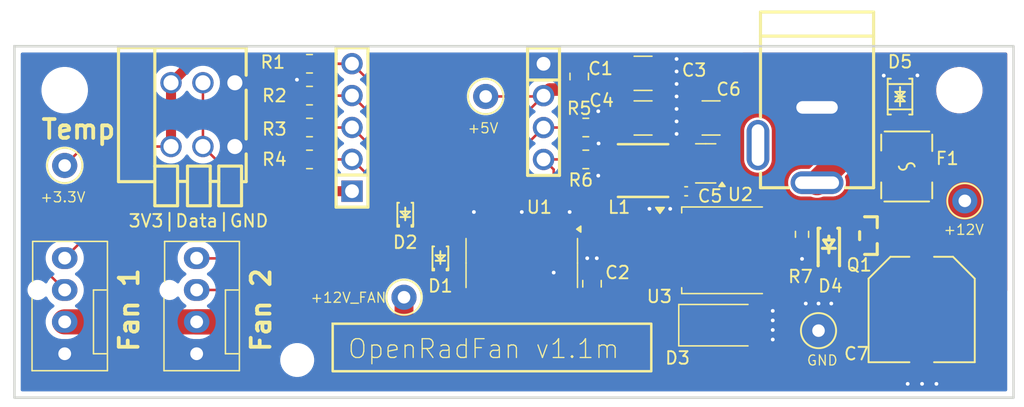
<source format=kicad_pcb>
(kicad_pcb (version 20241229) (generator "pcbnew") (generator_version "9.0")
  (title_block (comment 4 "AISLER Project ID: GSXATUCC"))
  (layers (0 "F.Cu" signal) (2 "B.Cu" signal) (13 "F.Paste" user) (15 "B.Paste" user) (5 "F.SilkS" user "F.Silkscreen") (7 "B.SilkS" user "B.Silkscreen") (1 "F.Mask" user) (3 "B.Mask" user) (25 "Edge.Cuts" user))
  (net 0 "")
  (net 1 "GND")
  (net 2 "GPIO_Tacho_1")
  (net 3 "+12V_FAN")
  (net 4 "GPIO_Tacho_2")
  (net 5 "GPIO_DS18B20")
  (net 6 "PWM_1_BUF")
  (net 7 "PWM_2_BUF")
  (net 8 "+5V")
  (net 9 "+12V")
  (net 10 "+3.3V")
  (net 11 "GPIO_MOSFET")
  (net 12 "Net-(D1-K)")
  (net 13 "PWM_1")
  (net 14 "PWM_2")
  (net 15 "MOSFET_BUF")
  (net 16 "Net-(D2-K)")
  (net 17 "Net-(U2-SW)")
  (net 18 "Net-(U2-BST)")
  (net 19 "Net-(D4-A)")
  (net 23 "+12V_In")
  (net 24 "Net-(Q1-D)")
  (footprint "TestPoint:TestPoint_Keystone_5000-5004_Miniature" (layer "F.Cu") (at 46.5864 70.5894)
    (property "Reference" "TP2" (hide yes))
    (property "Value" "+3.3V")
    (pad "1" thru_hole circle (at 0 0) (size 2 2) (drill 1) (layers "*.Cu" "*.Mask") (net 10 "+3.3V"))
  )
  (footprint "Connector:FanPinHeader_1x04_P2.54mm_Vertical" (layer "F.Cu") (at 57.0864 85.5894 90)
    (property "Reference" "J5" (hide yes))
    (property "Value" "Fan_CPU_4pin")
    (pad "" np_thru_hole circle (at 5.08 -2.16 180) (size 1.1 1.1) (drill 1.1) (layers "*.Cu" "*.Mask"))
    (pad "1" thru_hole rect (at 0 0 180) (size 2.03 1.73) (drill 1.02) (layers "*.Cu" "*.Mask") (net 1 "GND"))
    (pad "2" thru_hole oval (at 2.54 0 180) (size 2.03 1.73) (drill 1.02) (layers "*.Cu" "*.Mask") (net 3 "+12V_FAN"))
    (pad "3" thru_hole oval (at 5.08 0 180) (size 2.03 1.73) (drill 1.02) (layers "*.Cu" "*.Mask") (net 12 "Net-(D1-K)"))
    (pad "4" thru_hole oval (at 7.62 0 180) (size 2.03 1.73) (drill 1.02) (layers "*.Cu" "*.Mask") (net 7 "PWM_2_BUF"))
  )
  (footprint "MountingHole:MountingHole_3.2mm_M3_DIN965" (layer "F.Cu") (at 46.5864 64.5894)
    (property "Reference" "H1" (hide yes))
    (property "Value" "MountingHole")
    (pad "" np_thru_hole circle (at 0 0) (size 3.2 3.2) (drill 3.2) (layers "*.Cu" "*.Mask"))
  )
  (footprint "MountingHole:MountingHole_3.2mm_M3_DIN965" (layer "F.Cu") (at 117.778765 64.5894)
    (property "Reference" "H7" (hide yes))
    (property "Value" "MountingHole")
    (pad "" np_thru_hole circle (at 0 0) (size 3.2 3.2) (drill 3.2) (layers "*.Cu" "*.Mask"))
  )
  (footprint "Package_SO:SOIC-14_3.9x8.7mm_P1.27mm" (layer "F.Cu") (at 82.956765 78.3614 -90)
    (property "Reference" "U1" (at -4.445 -1.397 180) (layer "F.SilkS"))
    (property "Value" "74AHCT125")
    (pad "1" smd roundrect (at -2.475 -3.81 270) (size 1.95 0.6) (layers "F.Cu" "F.Mask" "F.Paste") (net 1 "GND"))
    (pad "2" smd roundrect (at -2.475 -2.54 270) (size 1.95 0.6) (layers "F.Cu" "F.Mask" "F.Paste") (net 11 "GPIO_MOSFET"))
    (pad "3" smd roundrect (at -2.475 -1.27 270) (size 1.95 0.6) (layers "F.Cu" "F.Mask" "F.Paste") (net 15 "MOSFET_BUF"))
    (pad "4" smd roundrect (at -2.475 0 270) (size 1.95 0.6) (layers "F.Cu" "F.Mask" "F.Paste") (net 1 "GND"))
    (pad "5" smd roundrect (at -2.475 1.27 270) (size 1.95 0.6) (layers "F.Cu" "F.Mask" "F.Paste") (net 13 "PWM_1"))
    (pad "6" smd roundrect (at -2.475 2.54 270) (size 1.95 0.6) (layers "F.Cu" "F.Mask" "F.Paste") (net 6 "PWM_1_BUF"))
    (pad "7" smd roundrect (at -2.475 3.81 270) (size 1.95 0.6) (layers "F.Cu" "F.Mask" "F.Paste") (net 1 "GND"))
    (pad "8" smd roundrect (at 2.475 3.81 270) (size 1.95 0.6) (layers "F.Cu" "F.Mask" "F.Paste"))
    (pad "9" smd roundrect (at 2.475 2.54 270) (size 1.95 0.6) (layers "F.Cu" "F.Mask" "F.Paste") (net 8 "+5V"))
    (pad "10" smd roundrect (at 2.475 1.27 270) (size 1.95 0.6) (layers "F.Cu" "F.Mask" "F.Paste") (net 8 "+5V"))
    (pad "11" smd roundrect (at 2.475 0 270) (size 1.95 0.6) (layers "F.Cu" "F.Mask" "F.Paste") (net 7 "PWM_2_BUF"))
    (pad "12" smd roundrect (at 2.475 -1.27 270) (size 1.95 0.6) (layers "F.Cu" "F.Mask" "F.Paste") (net 14 "PWM_2"))
    (pad "13" smd roundrect (at 2.475 -2.54 270) (size 1.95 0.6) (layers "F.Cu" "F.Mask" "F.Paste") (net 1 "GND"))
    (pad "14" smd roundrect (at 2.475 -3.81 270) (size 1.95 0.6) (layers "F.Cu" "F.Mask" "F.Paste") (net 8 "+5V"))
  )
  (footprint "Resistor_SMD:R_0603_1608Metric" (layer "F.Cu") (at 105.257965 76.0754 -90)
    (property "Reference" "R7" (at 3.366 0.127 180) (layer "F.SilkS"))
    (property "Value" "1k")
    (pad "1" smd roundrect (at -0.825 0 270) (size 0.8 0.95) (layers "F.Cu" "F.Mask" "F.Paste") (net 19 "Net-(D4-A)"))
    (pad "2" smd roundrect (at 0.825 0 270) (size 0.8 0.95) (layers "F.Cu" "F.Mask" "F.Paste") (net 1 "GND"))
  )
  (footprint "Diode_SMD:D_SMA" (layer "F.Cu") (at 98.958765 83.3144)
    (property "Reference" "D3" (at -3.6068 2.6162 0) (layer "F.SilkS"))
    (property "Value" "SS16")
    (pad "1" smd roundrect (at -2 0) (size 2.5 1.8) (layers "F.Cu" "F.Mask" "F.Paste") (roundrect_rratio 0.1388888889) (net 3 "+12V_FAN"))
    (pad "2" smd roundrect (at 2 0) (size 2.5 1.8) (layers "F.Cu" "F.Mask" "F.Paste") (roundrect_rratio 0.1388888889) (net 1 "GND"))
  )
  (footprint "Connector:FanPinHeader_1x04_P2.54mm_Vertical" (layer "F.Cu") (at 46.5864 85.5894 90)
    (property "Reference" "J1" (hide yes))
    (property "Value" "Fan_CPU_4pin")
    (pad "" np_thru_hole circle (at 5.08 -2.16 180) (size 1.1 1.1) (drill 1.1) (layers "*.Cu" "*.Mask"))
    (pad "1" thru_hole rect (at 0 0 180) (size 2.03 1.73) (drill 1.02) (layers "*.Cu" "*.Mask") (net 1 "GND"))
    (pad "2" thru_hole oval (at 2.54 0 180) (size 2.03 1.73) (drill 1.02) (layers "*.Cu" "*.Mask") (net 3 "+12V_FAN"))
    (pad "3" thru_hole oval (at 5.08 0 180) (size 2.03 1.73) (drill 1.02) (layers "*.Cu" "*.Mask") (net 16 "Net-(D2-K)"))
    (pad "4" thru_hole oval (at 7.62 0 180) (size 2.03 1.73) (drill 1.02) (layers "*.Cu" "*.Mask") (net 6 "PWM_1_BUF"))
  )
  (footprint "Capacitor_SMD:C_0805_2012Metric_Pad1.18x1.45mm_HandSolder" (layer "F.Cu") (at 88.544765 80.0124 90)
    (property "Reference" "C2" (at 0.889 2.032 180) (layer "F.SilkS"))
    (property "Value" "0.1 µF")
    (pad "1" smd roundrect (at -1.0375 0 90) (size 1.175 1.45) (layers "F.Cu" "F.Mask" "F.Paste") (roundrect_rratio 0.212766) (net 8 "+5V"))
    (pad "2" smd roundrect (at 1.0375 0 90) (size 1.175 1.45) (layers "F.Cu" "F.Mask" "F.Paste") (roundrect_rratio 0.212766) (net 1 "GND"))
  )
  (footprint "Capacitor_SMD:C_0805_2012Metric_Pad1.18x1.45mm_HandSolder" (layer "F.Cu") (at 87.528765 63.5024 90)
    (property "Reference" "C1" (at 0.633 1.7 180) (layer "F.SilkS"))
    (property "Value" "0.1uF")
    (pad "1" smd roundrect (at -1.0375 0 90) (size 1.175 1.45) (layers "F.Cu" "F.Mask" "F.Paste") (roundrect_rratio 0.212766) (net 8 "+5V"))
    (pad "2" smd roundrect (at 1.0375 0 90) (size 1.175 1.45) (layers "F.Cu" "F.Mask" "F.Paste") (roundrect_rratio 0.212766) (net 1 "GND"))
  )
  (footprint "Capacitor_SMD:C_1210_3225Metric" (layer "F.Cu") (at 92.608765 66.8044)
    (property "Reference" "C4" (at -3.302 -1.397 0) (layer "F.SilkS"))
    (property "Value" "22 uF")
    (pad "1" smd roundrect (at -1.475 0) (size 1.15 2.7) (layers "F.Cu" "F.Mask" "F.Paste") (roundrect_rratio 0.217391) (net 8 "+5V"))
    (pad "2" smd roundrect (at 1.475 0) (size 1.15 2.7) (layers "F.Cu" "F.Mask" "F.Paste") (roundrect_rratio 0.217391) (net 1 "GND"))
  )
  (footprint "easyeda2kicad:HDR-TH_5P-P2.54-V-M" (layer "F.Cu") (at 69.448765 67.5594 90)
    (property "Reference" "H4" (hide yes))
    (property "Value" "PZ254V-11-05P")
    (pad "1" thru_hole rect (at -5.08 0 90) (size 1.7 1.7) (drill 1.100023) (layers "*.Cu" "*.Mask") (net 10 "+3.3V"))
    (pad "2" thru_hole circle (at -2.54 0 90) (size 1.7 1.7) (drill 1.100023) (layers "*.Cu" "*.Mask") (net 5 "GPIO_DS18B20"))
    (pad "3" thru_hole circle (at 0 0 90) (size 1.7 1.7) (drill 1.100023) (layers "*.Cu" "*.Mask") (net 4 "GPIO_Tacho_2"))
    (pad "4" thru_hole circle (at 2.54 0 90) (size 1.7 1.7) (drill 1.100023) (layers "*.Cu" "*.Mask") (net 2 "GPIO_Tacho_1"))
    (pad "5" thru_hole circle (at 5.08 0 90) (size 1.7 1.7) (drill 1.100023) (layers "*.Cu" "*.Mask") (net 13 "PWM_1"))
  )
  (footprint "Resistor_SMD:R_0805_2012Metric_Pad1.20x1.40mm_HandSolder" (layer "F.Cu") (at 88.052765 70.1064 180)
    (property "Reference" "R6" (at 0.397 -1.651 0) (layer "F.SilkS"))
    (property "Value" "10k")
    (pad "1" smd roundrect (at -1 0 180) (size 1.2 1.4) (layers "F.Cu" "F.Mask" "F.Paste") (roundrect_rratio 0.208333) (net 1 "GND"))
    (pad "2" smd roundrect (at 1 0 180) (size 1.2 1.4) (layers "F.Cu" "F.Mask" "F.Paste") (roundrect_rratio 0.208333) (net 11 "GPIO_MOSFET"))
  )
  (footprint "easyeda2kicad:SOD-323_L1.7-W1.3-LS2.6-RD-1" (layer "F.Cu") (at 76.479765 77.9296 90)
    (property "Reference" "D1" (at -2.2606 0 180) (layer "F.SilkS"))
    (property "Value" "BAT54WS_C7502694")
    (pad "1" smd rect (at -1.14 0 180) (size 0.63 0.83) (layers "F.Cu" "F.Mask" "F.Paste") (net 12 "Net-(D1-K)"))
    (pad "2" smd rect (at 1.14 0 180) (size 0.63 0.83) (layers "F.Cu" "F.Mask" "F.Paste") (net 2 "GPIO_Tacho_1"))
  )
  (footprint "TestPoint:TestPoint_Keystone_5000-5004_Miniature" (layer "F.Cu") (at 118.211965 73.4084)
    (property "Reference" "TP5" (hide yes))
    (property "Value" "+12V")
    (pad "1" thru_hole circle (at 0 0) (size 2 2) (drill 1) (layers "*.Cu" "*.Mask") (net 9 "+12V"))
  )
  (footprint "easyeda2kicad:IND-SMD_L4.0-W4.0_FNR40XXS" (layer "F.Cu") (at 92.608765 70.9954 180)
    (property "Reference" "L1" (at 1.905 -2.921 0) (layer "F.SilkS"))
    (property "Value" "FNR4020S4R7MT")
    (pad "1" smd rect (at -1.5 0 180) (size 1.6 3.9) (layers "F.Cu" "F.Mask" "F.Paste") (net 17 "Net-(U2-SW)"))
    (pad "2" smd rect (at 1.5 0 180) (size 1.6 3.9) (layers "F.Cu" "F.Mask" "F.Paste") (net 8 "+5V"))
  )
  (footprint "easyeda2kicad:SOD-123_L2.7-W1.6-LS3.7-RD-1" (layer "F.Cu") (at 107.391565 76.939 90)
    (property "Reference" "D4" (at -3.253 0.127 180) (layer "F.SilkS"))
    (property "Value" "MMSZ4696T1G")
    (pad "1" smd rect (at -1.7 0 90) (size 1.2 0.95) (layers "F.Cu" "F.Mask" "F.Paste") (net 9 "+12V"))
    (pad "2" smd rect (at 1.7 0 90) (size 1.2 0.95) (layers "F.Cu" "F.Mask" "F.Paste") (net 19 "Net-(D4-A)"))
  )
  (footprint "Capacitor_SMD:C_1210_3225Metric" (layer "F.Cu") (at 92.608765 63.2484)
    (property "Reference" "C3" (at 4.064 -0.254 0) (layer "F.SilkS"))
    (property "Value" "22 uF")
    (pad "1" smd roundrect (at -1.475 0) (size 1.15 2.7) (layers "F.Cu" "F.Mask" "F.Paste") (roundrect_rratio 0.217391) (net 8 "+5V"))
    (pad "2" smd roundrect (at 1.475 0) (size 1.15 2.7) (layers "F.Cu" "F.Mask" "F.Paste") (roundrect_rratio 0.217391) (net 1 "GND"))
  )
  (footprint "TestPoint:TestPoint_Keystone_5000-5004_Miniature" (layer "F.Cu") (at 73.5864 81.0894)
    (property "Reference" "TP4" (hide yes))
    (property "Value" "+12V_Fan")
    (pad "1" thru_hole circle (at 0 0) (size 2 2) (drill 1) (layers "*.Cu" "*.Mask") (net 3 "+12V_FAN"))
  )
  (footprint "easyeda2kicad:SOT-23_L2.9-W1.3-P1.90-LS2.4-BR" (layer "F.Cu") (at 110.541165 76.177 180)
    (property "Reference" "Q1" (at 0.7366 -2.3368 180) (layer "F.SilkS"))
    (property "Value" "AO3401A_C347476")
    (pad "1" smd rect (at 1.15 0.95) (size 1 0.8) (layers "F.Cu" "F.Mask" "F.Paste") (net 19 "Net-(D4-A)"))
    (pad "2" smd rect (at 1.15 -0.95) (size 1 0.8) (layers "F.Cu" "F.Mask" "F.Paste") (net 9 "+12V"))
    (pad "3" smd rect (at -1.15 0) (size 1 0.8) (layers "F.Cu" "F.Mask" "F.Paste") (net 24 "Net-(Q1-D)"))
  )
  (footprint "Resistor_SMD:R_0805_2012Metric_Pad1.20x1.40mm_HandSolder" (layer "F.Cu") (at 66.065765 70.1064)
    (property "Reference" "R4" (at -2.794 0 0) (layer "F.SilkS"))
    (property "Value" "4.7k")
    (pad "1" smd roundrect (at -1 0) (size 1.2 1.4) (layers "F.Cu" "F.Mask" "F.Paste") (roundrect_rratio 0.208333) (net 10 "+3.3V"))
    (pad "2" smd roundrect (at 1 0) (size 1.2 1.4) (layers "F.Cu" "F.Mask" "F.Paste") (roundrect_rratio 0.208333) (net 5 "GPIO_DS18B20"))
  )
  (footprint "MountingHole:MountingHole_2.2mm_M2_DIN965" (layer "F.Cu") (at 65.0864 86.0894)
    (property "Reference" "H6" (hide yes))
    (property "Value" "MountingHole")
    (pad "" np_thru_hole circle (at 0 0) (size 2.2 2.2) (drill 2.2) (layers "*.Cu" "*.Mask"))
  )
  (footprint "TestPoint:TestPoint_Keystone_5000-5004_Miniature" (layer "F.Cu") (at 80.0864 65.0894)
    (property "Reference" "TP3" (hide yes))
    (property "Value" "+5V")
    (pad "1" thru_hole circle (at 0 0) (size 2 2) (drill 1) (layers "*.Cu" "*.Mask") (net 8 "+5V"))
  )
  (footprint "easyeda2kicad:DC-IN-TH_DC-005-5A-2.0" (layer "F.Cu") (at 104.102765 68.9634 -90)
    (property "Reference" "DC1" (hide yes))
    (property "Value" "DC-005-5A-2.0")
    (pad "1" thru_hole oval (at 3 -2.35) (size 4.2 1.8) (drill oval 3.499993 0.999998) (layers "*.Cu" "*.Mask") (net 23 "+12V_In"))
    (pad "2" thru_hole oval (at -3 -2.35 180) (size 4 1.8) (drill oval 3.299968 0.999998) (layers "*.Cu" "*.Mask") (net 1 "GND"))
    (pad "3" thru_hole oval (at 0 2.35 270) (size 4 1.8) (drill oval 3.299968 0.999998) (layers "*.Cu" "*.Mask"))
  )
  (footprint "easyeda2kicad:F1812" (layer "F.Cu") (at 113.589165 70.6694 -90)
    (property "Reference" "F1" (at -0.6392 -3.2258 180) (layer "F.SilkS"))
    (property "Value" "SMD1812B260TF/16")
    (pad "1" smd rect (at -1.85 0 270) (size 1.41 3.5) (layers "F.Cu" "F.Mask" "F.Paste") (net 23 "+12V_In"))
    (pad "2" smd rect (at 1.85 0 270) (size 1.41 3.5) (layers "F.Cu" "F.Mask" "F.Paste") (net 24 "Net-(Q1-D)"))
  )
  (footprint "Resistor_SMD:R_0805_2012Metric_Pad1.20x1.40mm_HandSolder" (layer "F.Cu") (at 88.052765 67.5664)
    (property "Reference" "R5" (at -0.524 -1.524 0) (layer "F.SilkS"))
    (property "Value" "10k")
    (pad "1" smd roundrect (at -1 0) (size 1.2 1.4) (layers "F.Cu" "F.Mask" "F.Paste") (roundrect_rratio 0.208333) (net 14 "PWM_2"))
    (pad "2" smd roundrect (at 1 0) (size 1.2 1.4) (layers "F.Cu" "F.Mask" "F.Paste") (roundrect_rratio 0.208333) (net 1 "GND"))
  )
  (footprint "TestPoint:TestPoint_Keystone_5000-5004_Miniature" (layer "F.Cu") (at 106.5704 83.7484)
    (property "Reference" "TP1" (hide yes))
    (property "Value" "GND")
    (pad "1" thru_hole circle (at 0 0) (size 2 2) (drill 1) (layers "*.Cu" "*.Mask") (net 1 "GND"))
  )
  (footprint "easyeda2kicad:SOD-123_L2.8-W1.8-LS3.7-BI" (layer "F.Cu") (at 113.055765 65.1026 90)
    (property "Reference" "D5" (at 2.7686 0 180) (layer "F.SilkS"))
    (property "Value" "SMF14CA_C1851346")
    (pad "1" smd rect (at 1.69 0 270) (size 0.93 1.06) (layers "F.Cu" "F.Mask" "F.Paste") (net 1 "GND"))
    (pad "2" smd rect (at -1.69 0 270) (size 0.93 1.06) (layers "F.Cu" "F.Mask" "F.Paste") (net 23 "+12V_In"))
  )
  (footprint "Package_TO_SOT_SMD:TSOT-23-6" (layer "F.Cu") (at 97.592765 70.4214 180)
    (property "Reference" "U2" (at -2.763 -2.479 0) (layer "F.SilkS"))
    (property "Value" "AP63205WU")
    (pad "1" smd roundrect (at -1.1375 -0.95 180) (size 1.325 0.6) (layers "F.Cu" "F.Mask" "F.Paste") (net 8 "+5V"))
    (pad "2" smd roundrect (at -1.1375 0 180) (size 1.325 0.6) (layers "F.Cu" "F.Mask" "F.Paste") (net 9 "+12V"))
    (pad "3" smd roundrect (at -1.1375 0.95 180) (size 1.325 0.6) (layers "F.Cu" "F.Mask" "F.Paste") (net 9 "+12V"))
    (pad "4" smd roundrect (at 1.1375 0.95 180) (size 1.325 0.6) (layers "F.Cu" "F.Mask" "F.Paste") (net 1 "GND"))
    (pad "5" smd roundrect (at 1.1375 0 180) (size 1.325 0.6) (layers "F.Cu" "F.Mask" "F.Paste") (net 17 "Net-(U2-SW)"))
    (pad "6" smd roundrect (at 1.1375 -0.95 180) (size 1.325 0.6) (layers "F.Cu" "F.Mask" "F.Paste") (net 18 "Net-(U2-BST)"))
  )
  (footprint "easyeda2kicad:CAP-SMD_BD8.0-L8.3-W8.3-LS9.3-FD-2" (layer "F.Cu") (at 114.782965 82.0952 -90)
    (property "Reference" "C7" (at 3.4942 5.196565 180) (layer "F.SilkS"))
    (property "Value" "HV1E477M0810PZ")
    (pad "1" smd rect (at -3.5 0 270) (size 4 1.6) (layers "F.Cu" "F.Mask" "F.Paste") (net 9 "+12V"))
    (pad "2" smd rect (at 3.5 0 270) (size 4 1.6) (layers "F.Cu" "F.Mask" "F.Paste") (net 1 "GND"))
  )
  (footprint "Resistor_SMD:R_0805_2012Metric_Pad1.20x1.40mm_HandSolder" (layer "F.Cu") (at 66.065765 65.0264)
    (property "Reference" "R2" (at -2.794 0 0) (layer "F.SilkS"))
    (property "Value" "10k")
    (pad "1" smd roundrect (at -1 0) (size 1.2 1.4) (layers "F.Cu" "F.Mask" "F.Paste") (roundrect_rratio 0.208333) (net 10 "+3.3V"))
    (pad "2" smd roundrect (at 1 0) (size 1.2 1.4) (layers "F.Cu" "F.Mask" "F.Paste") (roundrect_rratio 0.208333) (net 2 "GPIO_Tacho_1"))
  )
  (footprint "Capacitor_SMD:C_0402_1005Metric" (layer "F.Cu") (at 96.037765 72.6464)
    (property "Reference" "C5" (at 1.905 0.381 0) (layer "F.SilkS"))
    (property "Value" "0.1 µF")
    (pad "1" smd roundrect (at -0.48 0) (size 0.56 0.62) (layers "F.Cu" "F.Mask" "F.Paste") (net 17 "Net-(U2-SW)"))
    (pad "2" smd roundrect (at 0.48 0) (size 0.56 0.62) (layers "F.Cu" "F.Mask" "F.Paste") (net 18 "Net-(U2-BST)"))
  )
  (footprint "Capacitor_SMD:C_1210_3225Metric" (layer "F.Cu") (at 98.020765 66.8044 180)
    (property "Reference" "C6" (at -1.397 2.286 180) (layer "F.SilkS"))
    (property "Value" "22 uF")
    (pad "1" smd roundrect (at -1.475 0 180) (size 1.15 2.7) (layers "F.Cu" "F.Mask" "F.Paste") (roundrect_rratio 0.217391) (net 9 "+12V"))
    (pad "2" smd roundrect (at 1.475 0 180) (size 1.15 2.7) (layers "F.Cu" "F.Mask" "F.Paste") (roundrect_rratio 0.217391) (net 1 "GND"))
  )
  (footprint "Package_TO_SOT_SMD:TO-252-4" (layer "F.Cu") (at 98.992765 77.3464)
    (property "Reference" "U3" (at -5.0886 3.682 0) (layer "F.SilkS"))
    (property "Value" "BTS462TATMA1")
    (pad "1" smd roundrect (at -5.04 -2.28) (size 2.2 0.8) (layers "F.Cu" "F.Mask" "F.Paste") (net 1 "GND"))
    (pad "2" smd roundrect (at -5.04 -1.14) (size 2.2 0.8) (layers "F.Cu" "F.Mask" "F.Paste") (net 15 "MOSFET_BUF"))
    (pad "3" smd roundrect (at -0.415 -1.525) (size 3.05 2.75) (layers "F.Cu" "F.Paste") (roundrect_rratio 0.090909) (net 9 "+12V"))
    (pad "3" smd roundrect (at -0.415 1.525) (size 3.05 2.75) (layers "F.Cu" "F.Paste") (roundrect_rratio 0.090909) (net 9 "+12V"))
    (pad "3" smd roundrect (at 1.26 0) (size 6.4 5.8) (layers "F.Cu" "F.Mask") (roundrect_rratio 0.043103) (net 9 "+12V"))
    (pad "3" smd roundrect (at 2.935 -1.525) (size 3.05 2.75) (layers "F.Cu" "F.Paste") (roundrect_rratio 0.090909) (net 9 "+12V"))
    (pad "3" smd roundrect (at 2.935 1.525) (size 3.05 2.75) (layers "F.Cu" "F.Paste") (roundrect_rratio 0.090909) (net 9 "+12V"))
    (pad "4" smd roundrect (at -5.04 1.14) (size 2.2 0.8) (layers "F.Cu" "F.Mask" "F.Paste"))
    (pad "5" smd roundrect (at -5.04 2.28) (size 2.2 0.8) (layers "F.Cu" "F.Mask" "F.Paste") (net 3 "+12V_FAN"))
  )
  (footprint "easyeda2kicad:HDR-TH_4P-P2.54-V-M" (layer "F.Cu") (at 84.688765 66.2994 -90)
    (property "Reference" "H5" (hide yes))
    (property "Value" "PZ254V-11-04P")
    (pad "1" thru_hole rect (at -3.81 0 270) (size 1.7 1.7) (drill 1.100023) (layers "*.Cu" "*.Mask") (net 1 "GND"))
    (pad "2" thru_hole circle (at -1.27 0 270) (size 1.7 1.7) (drill 1.100023) (layers "*.Cu" "*.Mask") (net 8 "+5V"))
    (pad "3" thru_hole circle (at 1.27 0 270) (size 1.7 1.7) (drill 1.100023) (layers "*.Cu" "*.Mask") (net 14 "PWM_2"))
    (pad "4" thru_hole circle (at 3.81 0 270) (size 1.7 1.7) (drill 1.100023) (layers "*.Cu" "*.Mask") (net 11 "GPIO_MOSFET"))
  )
  (footprint "Resistor_SMD:R_0805_2012Metric_Pad1.20x1.40mm_HandSolder" (layer "F.Cu") (at 66.065765 62.4864 180)
    (property "Reference" "R1" (at 2.921 0.127 0) (layer "F.SilkS"))
    (property "Value" "10k")
    (pad "1" smd roundrect (at -1 0 180) (size 1.2 1.4) (layers "F.Cu" "F.Mask" "F.Paste") (roundrect_rratio 0.208333) (net 13 "PWM_1"))
    (pad "2" smd roundrect (at 1 0 180) (size 1.2 1.4) (layers "F.Cu" "F.Mask" "F.Paste") (roundrect_rratio 0.208333) (net 1 "GND"))
  )
  (footprint "Resistor_SMD:R_0805_2012Metric_Pad1.20x1.40mm_HandSolder" (layer "F.Cu") (at 66.065765 67.5664)
    (property "Reference" "R3" (at -2.794 0.127 0) (layer "F.SilkS"))
    (property "Value" "10k")
    (pad "1" smd roundrect (at -1 0) (size 1.2 1.4) (layers "F.Cu" "F.Mask" "F.Paste") (roundrect_rratio 0.208333) (net 10 "+3.3V"))
    (pad "2" smd roundrect (at 1 0) (size 1.2 1.4) (layers "F.Cu" "F.Mask" "F.Paste") (roundrect_rratio 0.208333) (net 4 "GPIO_Tacho_2"))
  )
  (footprint "easyeda2kicad:SOD-323_L1.7-W1.3-LS2.6-RD-1" (layer "F.Cu") (at 73.685765 74.4494 90)
    (property "Reference" "D2" (at -2.2606 0 180) (layer "F.SilkS"))
    (property "Value" "BAT54WS_C7502694")
    (pad "1" smd rect (at -1.14 0 180) (size 0.63 0.83) (layers "F.Cu" "F.Mask" "F.Paste") (net 16 "Net-(D2-K)"))
    (pad "2" smd rect (at 1.14 0 180) (size 0.63 0.83) (layers "F.Cu" "F.Mask" "F.Paste") (net 4 "GPIO_Tacho_2"))
  )
  (footprint "easyeda2kicad:CONN-TH_3P-P2.54_DIBO_DB141V-2.54-3P" (layer "F.Cu") (at 57.5864 66.5394 180)
    (property "Reference" "CN1" (hide yes))
    (property "Value" "DB141V-2.54-3P")
    (pad "1" thru_hole circle (at -2.54 -2.54 180) (size 1.7 1.7) (drill 1.199998) (layers "*.Cu" "*.Mask") (net 1 "GND"))
    (pad "1" thru_hole circle (at -2.54 2.54 180) (size 1.7 1.7) (drill 1.199998) (layers "*.Cu" "*.Mask") (net 1 "GND"))
    (pad "2" thru_hole circle (at 0 -2.54 180) (size 1.7 1.7) (drill 1.199998) (layers "*.Cu" "*.Mask") (net 5 "GPIO_DS18B20"))
    (pad "2" thru_hole circle (at 0 2.54 180) (size 1.7 1.7) (drill 1.199998) (layers "*.Cu" "*.Mask") (net 5 "GPIO_DS18B20"))
    (pad "3" thru_hole circle (at 2.54 -2.54 180) (size 1.7 1.7) (drill 1.199998) (layers "*.Cu" "*.Mask") (net 10 "+3.3V"))
    (pad "3" thru_hole circle (at 2.54 2.54 180) (size 1.7 1.7) (drill 1.199998) (layers "*.Cu" "*.Mask") (net 10 "+3.3V"))
  )
  (gr_rect (start 42.5864 61.0894) (end 122.0864 89.0894) (stroke (width 0.2)) (fill no) (layer "Edge.Cuts"))
  (gr_text "3V3|Data|GND" (at 51.5864 75.5894 0) (layer "F.SilkS") (effects (font (size 1 1)) (justify left bottom)))
  (gr_text "Temp" (at 44.5864 68.5894 0) (layer "F.SilkS") (effects (font (size 1.5 1.5) (thickness 0.3) (bold yes)) (justify left bottom)))
  (gr_text "Fan 1" (at 52.5864 85.5894 90) (layer "F.SilkS") (effects (font (size 1.5 1.5) (thickness 0.3) (bold yes)) (justify left bottom)))
  (gr_text "+12V_FAN" (at 66.0864 81.5894 0) (layer "F.SilkS") (effects (font (size 0.8 0.8) (thickness 0.1)) (justify left bottom)))
  (gr_text "+3.3V" (at 44.5864 73.5894 0) (layer "F.SilkS") (effects (font (size 0.8 0.8) (thickness 0.1)) (justify left bottom)))
  (gr_text "+12V" (at 116.459365 76.177 0) (layer "F.SilkS") (effects (font (size 0.8 0.8) (thickness 0.1)) (justify left bottom)))
  (gr_text "Fan 2" (at 63.0864 85.5894 90) (layer "F.SilkS") (effects (font (size 1.5 1.5) (thickness 0.3) (bold yes)) (justify left bottom)))
  (gr_text "+5V" (at 78.5864 68.0894 0) (layer "F.SilkS") (effects (font (size 0.8 0.8) (thickness 0.1)) (justify left bottom)))
  (gr_text "GND" (at 105.5864 86.5894 0) (layer "F.SilkS") (effects (font (size 0.8 0.8) (thickness 0.1)) (justify left bottom)))
  (gr_text_box "OpenRadFan v1.1m\n" (start 67.9104 83.1971) (end 93.2624 86.9817) (margins 1.225 1.225 1.225 1.225) (layer "F.SilkS") (effects (font (size 1.5 1.5) (thickness 0.1)) (justify left top)) (border yes) (stroke (width 0.2)))
  (segment (start 88.646365 67.557) (end 88.655765 67.5664) (width 0.2) (layer "F.Cu") (net 1))
  (segment (start 79.146765 74.2974) (end 79.146765 75.8864) (width 0.2) (layer "F.Cu") (net 1))
  (segment (start 89.043365 71.4018) (end 89.043365 70.1158) (width 0.2) (layer "F.Cu") (net 1))
  (segment (start 111.773965 63.4126) (end 113.055765 63.4126) (width 0.5) (layer "F.Cu") (net 1))
  (segment (start 89.043365 67.557) (end 89.052765 67.5664) (width 0.2) (layer "F.Cu") (net 1))
  (segment (start 89.068765 70.0904) (end 89.052765 70.1064) (width 0.2) (layer "F.Cu") (net 1))
  (segment (start 65.065765 63.7564) (end 65.065765 62.4864) (width 0.2) (layer "F.Cu") (net 1))
  (segment (start 86.766765 75.8864) (end 86.766765 74.2974) (width 0.2) (layer "F.Cu") (net 1))
  (segment (start 89.043365 70.1158) (end 89.052765 70.1064) (width 0.2) (layer "F.Cu") (net 1))
  (segment (start 89.068765 68.8364) (end 89.068765 70.0904) (width 0.2) (layer "F.Cu") (net 1))
  (segment (start 84.711465 62.4649) (end 84.692365 62.484) (width 1) (layer "F.Cu") (net 1))
  (segment (start 82.956765 75.8864) (end 82.956765 74.2974) (width 0.2) (layer "F.Cu") (net 1))
  (segment (start 84.713265 62.4649) (end 84.688765 62.4894) (width 1) (layer "F.Cu") (net 1))
  (segment (start 87.528765 62.4649) (end 84.711465 62.4649) (width 1) (layer "F.Cu") (net 1))
  (segment (start 87.528765 62.4649) (end 84.713265 62.4649) (width 1) (layer "F.Cu") (net 1))
  (segment (start 85.496765 80.8364) (end 85.496765 79.1234) (width 0.2) (layer "F.Cu") (net 1))
  (segment (start 89.043365 66.271) (end 89.043365 67.557) (width 0.2) (layer "F.Cu") (net 1))
  (segment (start 105.257965 78.0312) (end 105.257965 76.9004) (width 0.8) (layer "F.Cu") (net 1))
  (segment (start 89.068765 67.5824) (end 89.052765 67.5664) (width 0.2) (layer "F.Cu") (net 1))
  (segment (start 114.439165 63.4126) (end 113.055765 63.4126) (width 0.5) (layer "F.Cu") (net 1))
  (segment (start 89.068765 68.8364) (end 89.068765 67.5824) (width 0.2) (layer "F.Cu") (net 1))
  (via (at 89.068765 68.8364) (size 0.6) (drill 0.3) (layers "F.Cu" "B.Cu") (net 1))
  (via (at 102.927765 83.6954) (size 0.6) (drill 0.3) (layers "F.Cu" "B.Cu") (net 1))
  (via (at 114.808365 87.988) (size 0.6) (drill 0.3) (layers "F.Cu" "B.Cu") (net 1))
  (via (at 86.766765 74.2974) (size 0.6) (drill 0.3) (layers "F.Cu" "B.Cu") (net 1))
  (via (at 113.665365 87.988) (size 0.6) (drill 0.3) (layers "F.Cu" "B.Cu") (net 1))
  (via (at 79.146765 74.2974) (size 0.6) (drill 0.3) (layers "F.Cu" "B.Cu") (net 1))
  (via (at 88.925765 77.9804) (size 0.6) (drill 0.3) (layers "F.Cu" "B.Cu") (net 1))
  (via (at 89.043365 66.271) (size 0.6) (drill 0.3) (layers "F.Cu" "B.Cu") (net 1))
  (via (at 94.767765 74.0434) (size 0.6) (drill 0.3) (layers "F.Cu" "B.Cu") (net 1))
  (via (at 95.275765 62.1054) (size 0.6) (drill 0.3) (layers "F.Cu" "B.Cu") (net 1))
  (via (at 95.275765 64.095066) (size 0.6) (drill 0.3) (layers "F.Cu" "B.Cu") (net 1))
  (via (at 102.927765 84.4574) (size 0.6) (drill 0.3) (layers "F.Cu" "B.Cu") (net 1))
  (via (at 105.257965 78.0312) (size 0.6) (drill 0.3) (layers "F.Cu" "B.Cu") (net 1))
  (via (at 106.5704 81.5894) (size 0.6) (drill 0.3) (layers "F.Cu" "B.Cu") (net 1))
  (via (at 95.275765 66.084732) (size 0.6) (drill 0.3) (layers "F.Cu" "B.Cu") (net 1))
  (via (at 107.5864 81.5894) (size 0.6) (drill 0.3) (layers "F.Cu" "B.Cu") (net 1))
  (via (at 65.065765 63.7564) (size 0.6) (drill 0.3) (layers "F.Cu" "B.Cu") (net 1))
  (via (at 95.275765 63.100233) (size 0.6) (drill 0.3) (layers "F.Cu" "B.Cu") (net 1))
  (via (at 82.956765 74.2974) (size 0.6) (drill 0.3) (layers "F.Cu" "B.Cu") (net 1))
  (via (at 88.163765 77.9804) (size 0.6) (drill 0.3) (layers "F.Cu" "B.Cu") (net 1))
  (via (at 115.951365 87.988) (size 0.6) (drill 0.3) (layers "F.Cu" "B.Cu") (net 1))
  (via (at 105.5544 81.5894) (size 0.6) (drill 0.3) (layers "F.Cu" "B.Cu") (net 1))
  (via (at 89.043365 71.4018) (size 0.6) (drill 0.3) (layers "F.Cu" "B.Cu") (net 1))
  (via (at 102.927765 82.9334) (size 0.6) (drill 0.3) (layers "F.Cu" "B.Cu") (net 1))
  (via (at 114.439165 63.4126) (size 0.6) (drill 0.3) (layers "F.Cu" "B.Cu") (net 1))
  (via (at 111.760365 63.4262) (size 0.6) (drill 0.3) (layers "F.Cu" "B.Cu") (net 1))
  (via (at 93.116765 74.0434) (size 0.6) (drill 0.3) (layers "F.Cu" "B.Cu") (net 1))
  (via (at 85.496765 79.1234) (size 0.6) (drill 0.3) (layers "F.Cu" "B.Cu") (net 1))
  (via (at 95.275765 65.089899) (size 0.6) (drill 0.3) (layers "F.Cu" "B.Cu") (net 1))
  (via (at 102.927765 82.1714) (size 0.6) (drill 0.3) (layers "F.Cu" "B.Cu") (net 1))
  (via (at 95.275765 67.079565) (size 0.6) (drill 0.3) (layers "F.Cu" "B.Cu") (net 1))
  (via (at 95.275765 68.0744) (size 0.6) (drill 0.3) (layers "F.Cu" "B.Cu") (net 1))
  (segment (start 69.441765 65.0264) (end 69.448765 65.0194) (width 0.2) (layer "F.Cu") (net 2))
  (segment (start 76.479765 72.0504) (end 76.479765 76.7896) (width 0.2) (layer "F.Cu") (net 2))
  (segment (start 67.065765 65.0264) (end 69.441765 65.0264) (width 0.2) (layer "F.Cu") (net 2))
  (segment (start 69.449965 65.0264) (end 69.452365 65.024) (width 0.2) (layer "F.Cu") (net 2))
  (segment (start 69.433965 65.0424) (end 69.452365 65.024) (width 0.2) (layer "F.Cu") (net 2))
  (segment (start 67.573765 65.0264) (end 69.441765 65.0264) (width 0.2) (layer "F.Cu") (net 2))
  (segment (start 67.576165 65.024) (end 67.573765 65.0264) (width 0.2) (layer "F.Cu") (net 2))
  (segment (start 69.452365 65.024) (end 67.576165 65.024) (width 0.2) (layer "F.Cu") (net 2))
  (segment (start 69.448765 65.0194) (end 76.479765 72.0504) (width 0.2) (layer "F.Cu") (net 2))
  (segment (start 71.5864 84.0894) (end 93.306965 84.0894) (width 2) (layer "F.Cu") (net 3))
  (segment (start 59.5864 83.0494) (end 70.5464 83.0494) (width 2) (layer "F.Cu") (net 3))
  (segment (start 59.5864 83.0494) (end 46.5864 83.0494) (width 2) (layer "F.Cu") (net 3))
  (segment (start 59.5864 83.0494) (end 57.0864 83.0494) (width 2) (layer "F.Cu") (net 3))
  (segment (start 73.5864 81.0894) (end 73.5864 84.0894) (width 1.5) (layer "F.Cu") (net 3))
  (segment (start 70.5464 83.0494) (end 71.5864 84.0894) (width 2) (layer "F.Cu") (net 3))
  (segment (start 96.958765 83.3144) (end 94.081965 83.3144) (width 1.5) (layer "F.Cu") (net 3))
  (segment (start 93.306965 84.0894) (end 94.081965 83.3144) (width 2) (layer "F.Cu") (net 3))
  (segment (start 69.448765 67.5594) (end 73.685765 71.7964) (width 0.2) (layer "F.Cu") (net 4))
  (segment (start 69.441765 67.5664) (end 69.448765 67.5594) (width 0.2) (layer "F.Cu") (net 4))
  (segment (start 73.685765 73.3094) (end 73.685765 71.7964) (width 0.2) (layer "F.Cu") (net 4))
  (segment (start 67.065765 67.5664) (end 69.441765 67.5664) (width 0.2) (layer "F.Cu") (net 4))
  (segment (start 69.441765 70.1064) (end 69.448765 70.0994) (width 0.2) (layer "F.Cu") (net 5))
  (segment (start 62.5864 74.0794) (end 62.5864 74.0894) (width 0.2) (layer "F.Cu") (net 5))
  (segment (start 71.762583 72.413217) (end 71.762583 73.913217) (width 0.2) (layer "F.Cu") (net 5))
  (segment (start 71.762583 73.913217) (end 71.0864 74.5894) (width 0.2) (layer "F.Cu") (net 5))
  (segment (start 71.0864 74.5894) (end 63.0864 74.5894) (width 0.2) (layer "F.Cu") (net 5))
  (segment (start 62.5864 74.0794) (end 57.5864 69.0794) (width 0.2) (layer "F.Cu") (net 5))
  (segment (start 62.5864 74.0894) (end 63.0864 74.5894) (width 0.2) (layer "F.Cu") (net 5))
  (segment (start 67.065765 70.1064) (end 69.441765 70.1064) (width 0.2) (layer "F.Cu") (net 5))
  (segment (start 57.5864 63.9994) (end 57.5864 69.0794) (width 0.2) (layer "F.Cu") (net 5))
  (segment (start 71.762583 72.413217) (end 71.778765 72.4294) (width 0.2) (layer "F.Cu") (net 5))
  (segment (start 69.448765 70.0994) (end 71.762583 72.413217) (width 0.2) (layer "F.Cu") (net 5))
  (segment (start 46.5864 77.9694) (end 47.9664 76.5894) (width 0.2) (layer "F.Cu") (net 6))
  (segment (start 72.0864 77.5894) (end 79.688764 77.5894) (width 0.2) (layer "F.Cu") (net 6))
  (segment (start 47.9664 76.5894) (end 71.0864 76.5894) (width 0.2) (layer "F.Cu") (net 6))
  (segment (start 79.688764 77.5894) (end 80.416765 76.861399) (width 0.2) (layer "F.Cu") (net 6))
  (segment (start 80.416765 76.861399) (end 80.416765 75.8864) (width 0.2) (layer "F.Cu") (net 6))
  (segment (start 71.0864 76.5894) (end 72.0864 77.5894) (width 0.2) (layer "F.Cu") (net 6))
  (segment (start 82.956765 80.8364) (end 82.956765 81.719035) (width 0.2) (layer "F.Cu") (net 7))
  (segment (start 76.732565 77.9904) (end 57.1074 77.9904) (width 0.2) (layer "F.Cu") (net 7))
  (segment (start 57.1074 77.9904) (end 57.0864 77.9694) (width 0.2) (layer "F.Cu") (net 7))
  (segment (start 77.5864 81.0894) (end 77.5864 78.844235) (width 0.2) (layer "F.Cu") (net 7))
  (segment (start 82.0864 82.5894) (end 79.0864 82.5894) (width 0.2) (layer "F.Cu") (net 7))
  (segment (start 79.0864 82.5894) (end 77.5864 81.0894) (width 0.2) (layer "F.Cu") (net 7))
  (segment (start 77.5864 78.844235) (end 76.732565 77.9904) (width 0.2) (layer "F.Cu") (net 7))
  (segment (start 82.956765 81.719035) (end 82.0864 82.5894) (width 0.2) (layer "F.Cu") (net 7))
  (segment (start 82.286765 80.2364) (end 82.286765 67.4296) (width 0.2) (layer "F.Cu") (net 8))
  (segment (start 88.869265 64.5399) (end 91.133765 66.8044) (width 1) (layer "F.Cu") (net 8))
  (segment (start 81.686765 80.8364) (end 82.286765 80.2364) (width 0.2) (layer "F.Cu") (net 8))
  (segment (start 88.671765 81.0499) (end 89.396765 81.0499) (width 1) (layer "F.Cu") (net 8))
  (segment (start 87.528765 64.5399) (end 85.176465 64.5399) (width 1) (layer "F.Cu") (net 8))
  (segment (start 80.416765 80.8364) (end 81.686765 80.8364) (width 0.2) (layer "F.Cu") (net 8))
  (segment (start 88.458265 80.8364) (end 88.671765 81.0499) (width 0.5) (layer "F.Cu") (net 8))
  (segment (start 86.766765 80.8364) (end 88.458265 80.8364) (width 0.5) (layer "F.Cu") (net 8))
  (segment (start 91.210765 73.2564) (end 91.108765 73.1544) (width 0.2) (layer "F.Cu") (net 8))
  (segment (start 91.131665 64.5399) (end 91.135565 64.5438) (width 1) (layer "F.Cu") (net 8))
  (segment (start 96.845265 73.2564) (end 91.210765 73.2564) (width 0.2) (layer "F.Cu") (net 8))
  (segment (start 84.626965 65.0894) (end 84.692365 65.024) (width 0.2) (layer "F.Cu") (net 8))
  (segment (start 87.528765 64.5399) (end 88.869265 64.5399) (width 1) (layer "F.Cu") (net 8))
  (segment (start 82.286765 67.4296) (end 84.692365 65.024) (width 0.2) (layer "F.Cu") (net 8))
  (segment (start 91.108765 73.1544) (end 91.108765 70.9954) (width 1) (layer "F.Cu") (net 8))
  (segment (start 85.176465 64.5399) (end 84.692365 65.024) (width 1) (layer "F.Cu") (net 8))
  (segment (start 80.0864 65.0894) (end 84.626965 65.0894) (width 0.2) (layer "F.Cu") (net 8))
  (segment (start 91.108765 79.3379) (end 91.108765 73.1544) (width 1) (layer "F.Cu") (net 8))
  (segment (start 98.730265 71.3714) (end 96.845265 73.2564) (width 0.2) (layer "F.Cu") (net 8))
  (segment (start 89.396765 81.0499) (end 91.108765 79.3379) (width 1) (layer "F.Cu") (net 8))
  (segment (start 63.5864 72.6294) (end 62.0864 71.1294) (width 0.8) (layer "F.Cu") (net 10))
  (segment (start 65.065765 72.618765) (end 65.0864 72.6394) (width 0.2) (layer "F.Cu") (net 10))
  (segment (start 65.065765 67.5664) (end 65.065765 65.0264) (width 0.2) (layer "F.Cu") (net 10))
  (segment (start 63.5864 72.6394) (end 63.5864 72.6294) (width 0.8) (layer "F.Cu") (net 10))
  (segment (start 62.0864 63.0794) (end 62.0864 71.1294) (width 0.8) (layer "F.Cu") (net 10))
  (segment (start 55.0864 63.9994) (end 56.9964 62.0894) (width 0.8) (layer "F.Cu") (net 10))
  (segment (start 63.5864 72.6394) (end 69.448765 72.6394) (width 0.8) (layer "F.Cu") (net 10))
  (segment (start 55.0464 63.9994) (end 55.0864 63.9994) (width 0.8) (layer "F.Cu") (net 10))
  (segment (start 56.9964 62.0894) (end 61.0964 62.0894) (width 0.8) (layer "F.Cu") (net 10))
  (segment (start 61.0964 62.0894) (end 62.0864 63.0794) (width 0.8) (layer "F.Cu") (net 10))
  (segment (start 65.065765 70.1064) (end 65.065765 67.5664) (width 0.2) (layer "F.Cu") (net 10))
  (segment (start 55.0464 69.0794) (end 48.0964 69.0794) (width 0.2) (layer "F.Cu") (net 10))
  (segment (start 48.0964 69.0794) (end 46.5864 70.5894) (width 0.2) (layer "F.Cu") (net 10))
  (segment (start 63.5864 72.6394) (end 65.0864 72.6394) (width 0.8) (layer "F.Cu") (net 10))
  (segment (start 70.129765 73.3204) (end 69.448765 72.6394) (width 0.2) (layer "F.Cu") (net 10))
  (segment (start 65.065765 70.1064) (end 65.065765 72.618765) (width 0.2) (layer "F.Cu") (net 10))
  (segment (start 55.0464 63.9994) (end 55.0464 69.0794) (width 0.8) (layer "F.Cu") (net 10))
  (segment (start 86.655765 70.1064) (end 86.653365 70.104) (width 0.2) (layer "F.Cu") (net 11))
  (segment (start 87.052765 70.1064) (end 84.691765 70.1064) (width 0.2) (layer "F.Cu") (net 11))
  (segment (start 84.691765 70.1064) (end 84.688765 70.1094) (width 0.2) (layer "F.Cu") (net 11))
  (segment (start 85.496765 70.9084) (end 85.496765 75.8864) (width 0.2) (layer "F.Cu") (net 11))
  (segment (start 84.692365 70.104) (end 85.496765 70.9084) (width 0.2) (layer "F.Cu") (net 11))
  (segment (start 57.0864 80.5094) (end 59.1664 80.5094) (width 0.2) (layer "F.Cu") (net 12))
  (segment (start 60.6062 79.0696) (end 76.479765 79.0696) (width 0.2) (layer "F.Cu") (net 12))
  (segment (start 59.1664 80.5094) (end 60.6062 79.0696) (width 0.2) (layer "F.Cu") (net 12))
  (segment (start 69.441765 62.4864) (end 69.448765 62.4794) (width 0.2) (layer "F.Cu") (net 13))
  (segment (start 67.065765 62.4864) (end 69.441765 62.4864) (width 0.2) (layer "F.Cu") (net 13))
  (segment (start 69.452365 62.484) (end 68.438765 62.484) (width 0.2) (layer "F.Cu") (net 13))
  (segment (start 69.449965 62.4864) (end 69.452365 62.484) (width 0.2) (layer "F.Cu") (net 13))
  (segment (start 68.438765 62.484) (end 69.444165 62.484) (width 0.2) (layer "F.Cu") (net 13))
  (segment (start 81.686765 74.7184) (end 69.452365 62.484) (width 0.2) (layer "F.Cu") (net 13))
  (segment (start 69.444165 62.484) (end 69.448765 62.4794) (width 0.2) (layer "F.Cu") (net 13))
  (segment (start 67.576165 62.484) (end 67.573765 62.4864) (width 0.2) (layer "F.Cu") (net 13))
  (segment (start 68.438765 62.484) (end 67.576165 62.484) (width 0.2) (layer "F.Cu") (net 13))
  (segment (start 81.686765 75.8864) (end 81.686765 74.7184) (width 0.2) (layer "F.Cu") (net 13))
  (segment (start 87.052765 67.5664) (end 84.691765 67.5664) (width 0.2) (layer "F.Cu") (net 14))
  (segment (start 83.210765 69.0456) (end 83.210765 73.254848) (width 0.2) (layer "F.Cu") (net 14))
  (segment (start 84.691765 67.5664) (end 84.688765 67.5694) (width 0.2) (layer "F.Cu") (net 14))
  (segment (start 84.692365 67.564) (end 83.210765 69.0456) (width 0.2) (layer "F.Cu") (net 14))
  (segment (start 83.210765 73.254848) (end 84.896765 74.940848) (width 0.2) (layer "F.Cu") (net 14))
  (segment (start 84.896765 80.1664) (end 84.226765 80.8364) (width 0.2) (layer "F.Cu") (net 14))
  (segment (start 87.161365 67.564) (end 87.163765 67.5664) (width 0.2) (layer "F.Cu") (net 14))
  (segment (start 84.694765 67.5664) (end 84.692365 67.564) (width 0.2) (layer "F.Cu") (net 14))
  (segment (start 84.896765 74.940848) (end 84.896765 80.1664) (width 0.2) (layer "F.Cu") (net 14))
  (segment (start 92.552765 81.7194) (end 92.552765 77.6064) (width 0.2) (layer "F.Cu") (net 15))
  (segment (start 84.136452 82.4254) (end 91.846765 82.4254) (width 0.2) (layer "F.Cu") (net 15))
  (segment (start 91.846765 82.4254) (end 92.552765 81.7194) (width 0.2) (layer "F.Cu") (net 15))
  (segment (start 92.552765 77.6064) (end 93.952765 76.2064) (width 0.2) (layer "F.Cu") (net 15))
  (segment (start 83.556765 81.845713) (end 84.136452 82.4254) (width 0.2) (layer "F.Cu") (net 15))
  (segment (start 84.226765 75.8864) (end 83.556765 76.5564) (width 0.2) (layer "F.Cu") (net 15))
  (segment (start 83.556765 76.5564) (end 83.556765 81.845713) (width 0.2) (layer "F.Cu") (net 15))
  (segment (start 44.5864 76.5894) (end 44.5864 78.5094) (width 0.2) (layer "F.Cu") (net 16))
  (segment (start 44.5864 78.5094) (end 46.5864 80.5094) (width 0.2) (layer "F.Cu") (net 16))
  (segment (start 73.685765 75.5894) (end 45.5864 75.5894) (width 0.2) (layer "F.Cu") (net 16))
  (segment (start 45.5864 75.5894) (end 44.5864 76.5894) (width 0.2) (layer "F.Cu") (net 16))
  (segment (start 96.517765 70.4179) (end 96.455265 70.3554) (width 0.2) (layer "F.Cu") (net 17))
  (segment (start 96.455265 71.5679) (end 96.517765 71.6304) (width 0.2) (layer "F.Cu") (net 18))
  (segment (start 96.517765 72.6464) (end 96.517765 71.4339) (width 0.2) (layer "F.Cu") (net 18))
  (segment (start 105.269365 75.239) (end 105.257965 75.2504) (width 0.8) (layer "F.Cu") (net 19))
  (segment (start 109.391165 75.227) (end 107.403565 75.227) (width 0.8) (layer "F.Cu") (net 19))
  (segment (start 107.403565 75.227) (end 107.391565 75.239) (width 0.8) (layer "F.Cu") (net 19))
  (segment (start 107.391565 75.239) (end 105.269365 75.239) (width 0.8) (layer "F.Cu") (net 19))
  (segment (start 113.055765 66.7926) (end 113.055765 68.286) (width 2) (layer "F.Cu") (net 23))
  (segment (start 105.689765 72.7264) (end 106.452765 71.9634) (width 0.2) (layer "F.Cu") (net 23))
  (segment (start 113.589165 68.8194) (end 109.596765 68.8194) (width 2) (layer "F.Cu") (net 23))
  (segment (start 109.596765 68.8194) (end 106.452765 71.9634) (width 2) (layer "F.Cu") (net 23))
  (segment (start 113.055765 68.286) (end 113.589165 68.8194) (width 2) (layer "F.Cu") (net 23))
  (segment (start 113.589165 72.5194) (end 113.589165 74.279) (width 2) (layer "F.Cu") (net 24))
  (segment (start 113.589165 74.279) (end 111.691165 76.177) (width 2) (layer "F.Cu") (net 24))
  (zone (net 3) (net_name "+12V_FAN") (layer "F.Cu") (priority 6) (connect_pads yes (clearance 0.1)) (min_thickness 0.25) (fill yes (thermal_gap 0.5) (thermal_bridge_width 0.5) (island_removal_mode 1) (island_area_min 10))
    (polygon (pts (xy 92.852765 79.5044) (xy 92.852765 85.2194) (xy 95.051765 85.2194) (xy 95.051765 79.5044)))
  )
  (zone (net 8) (net_name "+5V") (layer "F.Cu") (priority 4) (connect_pads yes (clearance 0.1)) (min_thickness 0.25) (fill yes (thermal_gap 0.5) (thermal_bridge_width 0.5))
    (polygon (pts (xy 90.105265 61.6482) (xy 92.518265 61.6482) (xy 92.518265 73.0274) (xy 90.105265 73.0274)))
  )
  (zone (net 17) (net_name "Net-(U2-SW)") (layer "F.Cu") (priority 3) (connect_pads yes (clearance 0.1)) (min_thickness 0.25) (fill yes (thermal_gap 0.5) (thermal_bridge_width 0.5) (island_removal_mode 1) (island_area_min 10))
    (polygon (pts (xy 93.026265 68.9634) (xy 95.312265 68.9634) (xy 95.312265 70.1064) (xy 96.455265 70.1064) (xy 96.455265 70.7414) (xy 95.312265 70.7414) (xy 95.312265 72.2654) (xy 95.947265 72.2654) (xy 95.947265 73.0274) (xy 93.026265 73.0274)))
  )
  (zone (net 1) (net_name "GND") (layer "F.Cu") (priority 7) (connect_pads yes (clearance 0.1)) (min_thickness 0.25) (fill yes (thermal_gap 0.5) (thermal_bridge_width 0.5) (island_removal_mode 1) (island_area_min 10))
    (polygon (pts (xy 101.498765 81.5364) (xy 101.498765 85.0924) (xy 103.403765 85.0924) (xy 103.403765 81.5364)))
  )
  (zone (net 1) (net_name "GND") (layer "F.Cu") (priority 11) (connect_pads yes (clearance 0.2)) (min_thickness 0.25) (fill yes (thermal_gap 0.5) (thermal_bridge_width 0.5))
    (polygon (pts (xy 108.2214 81.0814) (xy 104.9194 81.0814) (xy 104.9194 85.3994) (xy 108.2214 85.3994)))
  )
  (zone (net 9) (net_name "+12V") (layer "F.Cu") (priority 1) (connect_pads yes (clearance 0.1)) (min_thickness 0.25) (fill yes (thermal_gap 0.5) (thermal_bridge_width 0.5))
    (polygon (pts (xy 97.979265 70.7414) (xy 97.942765 68.589501) (xy 98.741265 68.5824) (xy 98.741265 65.0264) (xy 104.075265 65.0264) (xy 104.075265 70.7414)))
  )
  (zone (net 1) (net_name "GND") (layer "F.Cu") (priority 5) (connect_pads yes (clearance 0.1)) (min_thickness 0.25) (fill yes (thermal_gap 0.5) (thermal_bridge_width 0.5) (island_removal_mode 1) (island_area_min 10))
    (polygon (pts (xy 92.608765 75.4404) (xy 95.275765 75.4404) (xy 95.275765 73.6624) (xy 92.608765 73.6624)))
  )
  (zone (net 1) (net_name "GND") (layer "F.Cu") (priority 8) (connect_pads yes (clearance 0.1)) (min_thickness 0.25) (fill yes (thermal_gap 0.5) (thermal_bridge_width 0.5) (island_removal_mode 1) (island_area_min 10))
    (polygon (pts (xy 89.306765 78.9964) (xy 87.782765 78.9964) (xy 87.782765 77.5994) (xy 89.306765 77.5994)))
  )
  (zone (net 9) (net_name "+12V") (layer "F.Cu") (priority 10) (connect_pads yes (clearance 0.2)) (min_thickness 0.25) (fill yes (thermal_gap 0.5) (thermal_bridge_width 0.5) (island_removal_mode 1) (island_area_min 10))
    (polygon (pts (xy 96.799765 73.5354) (xy 96.799765 80.6982) (xy 122.174365 80.6728) (xy 121.818765 67.9474) (xy 121.818765 61.3434) (xy 114.706765 61.3434) (xy 100.482765 61.3434) (xy 100.482765 73.5354)))
  )
  (zone (net 1) (net_name "GND") (layer "F.Cu") (priority 2) (connect_pads yes (clearance 0.1)) (min_thickness 0.25) (fill yes (thermal_gap 0.5) (thermal_bridge_width 0.5))
    (polygon (pts (xy 93.026265 61.6482) (xy 95.783765 61.6482) (xy 95.783765 65.0264) (xy 97.598265 65.0264) (xy 97.598265 69.8524) (xy 95.566265 69.8524) (xy 95.566265 68.7094) (xy 93.026265 68.7094)))
  )
  (zone (net 1) (net_name "GND") (layer "F.Cu") (priority 9) (connect_pads yes (clearance 0.1)) (min_thickness 0.25) (fill yes (thermal_gap 0.5) (thermal_bridge_width 0.5) (island_removal_mode 1) (island_area_min 10))
    (polygon (pts (xy 116.332365 87.099) (xy 113.284365 87.099) (xy 113.284365 88.496) (xy 116.332365 88.496)))
  )
  (zone (net 1) (net_name "GND") (layer "B.Cu") (connect_pads yes (clearance 0.5)) (min_thickness 0.25) (fill yes (thermal_gap 0.5) (thermal_bridge_width 0.5))
    (polygon (pts (xy 82.0864 89.0894) (xy 122.0864 89.0894) (xy 122.0864 61.0894) (xy 42.5864 61.0894) (xy 42.5864 89.0894)))
  )
)
</source>
